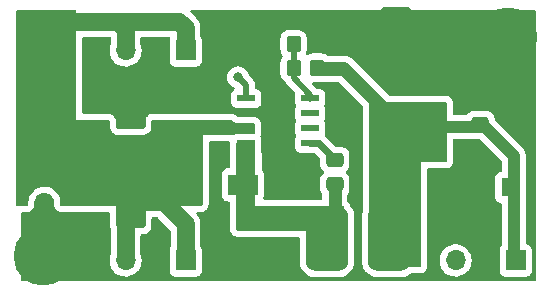
<source format=gtl>
%TF.GenerationSoftware,KiCad,Pcbnew,(6.0.8)*%
%TF.CreationDate,2022-12-06T01:44:10+01:00*%
%TF.ProjectId,Single-DCDC-Converter-Rev2,53696e67-6c65-42d4-9443-44432d436f6e,rev?*%
%TF.SameCoordinates,Original*%
%TF.FileFunction,Copper,L1,Top*%
%TF.FilePolarity,Positive*%
%FSLAX46Y46*%
G04 Gerber Fmt 4.6, Leading zero omitted, Abs format (unit mm)*
G04 Created by KiCad (PCBNEW (6.0.8)) date 2022-12-06 01:44:10*
%MOMM*%
%LPD*%
G01*
G04 APERTURE LIST*
G04 Aperture macros list*
%AMRoundRect*
0 Rectangle with rounded corners*
0 $1 Rounding radius*
0 $2 $3 $4 $5 $6 $7 $8 $9 X,Y pos of 4 corners*
0 Add a 4 corners polygon primitive as box body*
4,1,4,$2,$3,$4,$5,$6,$7,$8,$9,$2,$3,0*
0 Add four circle primitives for the rounded corners*
1,1,$1+$1,$2,$3*
1,1,$1+$1,$4,$5*
1,1,$1+$1,$6,$7*
1,1,$1+$1,$8,$9*
0 Add four rect primitives between the rounded corners*
20,1,$1+$1,$2,$3,$4,$5,0*
20,1,$1+$1,$4,$5,$6,$7,0*
20,1,$1+$1,$6,$7,$8,$9,0*
20,1,$1+$1,$8,$9,$2,$3,0*%
G04 Aperture macros list end*
%TA.AperFunction,ComponentPad*%
%ADD10C,5.000000*%
%TD*%
%TA.AperFunction,ComponentPad*%
%ADD11R,1.700000X1.700000*%
%TD*%
%TA.AperFunction,ComponentPad*%
%ADD12O,1.700000X1.700000*%
%TD*%
%TA.AperFunction,SMDPad,CuDef*%
%ADD13RoundRect,0.250000X0.475000X-0.337500X0.475000X0.337500X-0.475000X0.337500X-0.475000X-0.337500X0*%
%TD*%
%TA.AperFunction,SMDPad,CuDef*%
%ADD14RoundRect,0.250000X1.000000X-1.950000X1.000000X1.950000X-1.000000X1.950000X-1.000000X-1.950000X0*%
%TD*%
%TA.AperFunction,SMDPad,CuDef*%
%ADD15R,1.550000X0.600000*%
%TD*%
%TA.AperFunction,ComponentPad*%
%ADD16C,0.600000*%
%TD*%
%TA.AperFunction,SMDPad,CuDef*%
%ADD17R,2.950000X4.900000*%
%TD*%
%TA.AperFunction,SMDPad,CuDef*%
%ADD18RoundRect,0.900000X-0.900000X1.850000X-0.900000X-1.850000X0.900000X-1.850000X0.900000X1.850000X0*%
%TD*%
%TA.AperFunction,SMDPad,CuDef*%
%ADD19RoundRect,0.900000X0.900000X-1.850000X0.900000X1.850000X-0.900000X1.850000X-0.900000X-1.850000X0*%
%TD*%
%TA.AperFunction,ComponentPad*%
%ADD20R,1.600000X1.600000*%
%TD*%
%TA.AperFunction,ComponentPad*%
%ADD21C,1.600000*%
%TD*%
%TA.AperFunction,SMDPad,CuDef*%
%ADD22R,2.500000X1.800000*%
%TD*%
%TA.AperFunction,SMDPad,CuDef*%
%ADD23R,1.000000X1.000000*%
%TD*%
%TA.AperFunction,SMDPad,CuDef*%
%ADD24RoundRect,0.250000X-0.350000X-0.450000X0.350000X-0.450000X0.350000X0.450000X-0.350000X0.450000X0*%
%TD*%
%TA.AperFunction,SMDPad,CuDef*%
%ADD25RoundRect,0.250000X0.350000X0.450000X-0.350000X0.450000X-0.350000X-0.450000X0.350000X-0.450000X0*%
%TD*%
%TA.AperFunction,ViaPad*%
%ADD26C,0.800000*%
%TD*%
%TA.AperFunction,Conductor*%
%ADD27C,1.500000*%
%TD*%
%TA.AperFunction,Conductor*%
%ADD28C,1.000000*%
%TD*%
%TA.AperFunction,Conductor*%
%ADD29C,1.200000*%
%TD*%
%TA.AperFunction,Conductor*%
%ADD30C,0.500000*%
%TD*%
%TA.AperFunction,Conductor*%
%ADD31C,1.100000*%
%TD*%
%TA.AperFunction,Conductor*%
%ADD32C,0.600000*%
%TD*%
G04 APERTURE END LIST*
D10*
X86800000Y-60500000D03*
D11*
X86900000Y-53500000D03*
D12*
X86900000Y-56040000D03*
D13*
X123800000Y-49337500D03*
X123800000Y-47262500D03*
X111500000Y-54462500D03*
X111500000Y-52387500D03*
X101600000Y-49737500D03*
X101600000Y-47662500D03*
D14*
X94200000Y-56000000D03*
X94200000Y-47600000D03*
D11*
X98860000Y-43140000D03*
D12*
X96320000Y-43140000D03*
X93780000Y-43140000D03*
X91240000Y-43140000D03*
D15*
X109400000Y-51005000D03*
X109400000Y-49735000D03*
X109400000Y-48465000D03*
X109400000Y-47195000D03*
X104000000Y-47195000D03*
X104000000Y-48465000D03*
X104000000Y-49735000D03*
X104000000Y-51005000D03*
D16*
X106050000Y-51050000D03*
X107350000Y-48450000D03*
X106050000Y-49750000D03*
X107350000Y-47150000D03*
D17*
X106700000Y-49100000D03*
D16*
X107350000Y-49750000D03*
X106050000Y-48450000D03*
X107350000Y-51050000D03*
X106050000Y-47150000D03*
D18*
X116115000Y-59075000D03*
D19*
X110835000Y-59075000D03*
D20*
X126375000Y-54725000D03*
D21*
X122875000Y-54725000D03*
D22*
X103700000Y-54500000D03*
X107700000Y-54500000D03*
D23*
X104000000Y-57400000D03*
D10*
X126150000Y-42000000D03*
D14*
X116650000Y-50100000D03*
X116650000Y-41700000D03*
D24*
X108000000Y-42600000D03*
X110000000Y-42600000D03*
D11*
X98860000Y-60920000D03*
D12*
X96320000Y-60920000D03*
X93780000Y-60920000D03*
X91240000Y-60920000D03*
X121720000Y-60920000D03*
X124260000Y-60920000D03*
D11*
X126800000Y-60920000D03*
D25*
X110000000Y-44600000D03*
X108000000Y-44600000D03*
D26*
X89900000Y-58300000D03*
X89200000Y-57400000D03*
X119710200Y-55778400D03*
X91900000Y-45700000D03*
X96700000Y-45700000D03*
X91900000Y-47400000D03*
X118900000Y-42000000D03*
X117650000Y-44950000D03*
X101600000Y-46200000D03*
X115450000Y-44900000D03*
X114400000Y-43500000D03*
X99300000Y-45700000D03*
X119710200Y-56921400D03*
X96700000Y-47400000D03*
X118900000Y-43500000D03*
X114400000Y-42000000D03*
X103300000Y-45400000D03*
D27*
X98860000Y-41260000D02*
X98860000Y-43140000D01*
X93100000Y-40700000D02*
X98300000Y-40700000D01*
X88750000Y-41200000D02*
X89250000Y-40700000D01*
X93780000Y-41380000D02*
X93780000Y-43140000D01*
X94200000Y-56000000D02*
X97000000Y-56000000D01*
X94200000Y-56000000D02*
X88750000Y-50550000D01*
X93100000Y-40700000D02*
X93780000Y-41380000D01*
X88750000Y-50550000D02*
X88750000Y-41200000D01*
X93780000Y-60920000D02*
X93780000Y-56420000D01*
X98860000Y-57860000D02*
X98860000Y-60920000D01*
D28*
X93780000Y-56420000D02*
X94200000Y-56000000D01*
D27*
X89250000Y-40700000D02*
X93100000Y-40700000D01*
X97000000Y-56000000D02*
X98860000Y-57860000D01*
X98300000Y-40700000D02*
X98860000Y-41260000D01*
X116600000Y-58840000D02*
X116600000Y-51120000D01*
D28*
X126637500Y-60757500D02*
X126800000Y-60920000D01*
X117150000Y-49600000D02*
X124200000Y-49600000D01*
X124200000Y-49600000D02*
X126637500Y-52037500D01*
X126637500Y-52037500D02*
X126637500Y-60757500D01*
X116650000Y-50100000D02*
X117150000Y-49600000D01*
D27*
X116600000Y-51120000D02*
X116140000Y-50660000D01*
D29*
X112300000Y-44700000D02*
X116700000Y-49100000D01*
D27*
X116140000Y-59300000D02*
X116600000Y-58840000D01*
D29*
X112300000Y-44700000D02*
X110400000Y-44700000D01*
D30*
X103300000Y-45400000D02*
X104000000Y-46100000D01*
X104000000Y-46100000D02*
X104000000Y-47195000D01*
D31*
X111500000Y-54462500D02*
X111500000Y-58660000D01*
D32*
X109400000Y-51005000D02*
X110117500Y-51005000D01*
X110117500Y-51005000D02*
X111500000Y-52387500D01*
D30*
X109400000Y-47275000D02*
X109400000Y-46900000D01*
X108000000Y-45500000D02*
X108000000Y-44600000D01*
X108000000Y-44600000D02*
X108000000Y-42500000D01*
X109400000Y-46900000D02*
X108000000Y-45500000D01*
%TA.AperFunction,Conductor*%
G36*
X104658621Y-50918402D02*
G01*
X104705114Y-50972058D01*
X104716500Y-51024400D01*
X104716500Y-51598134D01*
X104723255Y-51660316D01*
X104726027Y-51667712D01*
X104726029Y-51667718D01*
X104766982Y-51776959D01*
X104775000Y-51821188D01*
X104775000Y-56286400D01*
X112167400Y-56286400D01*
X112235521Y-56306402D01*
X112282014Y-56360058D01*
X112293400Y-56412400D01*
X112293400Y-58268600D01*
X112273398Y-58336721D01*
X112219742Y-58383214D01*
X112167400Y-58394600D01*
X103250000Y-58394600D01*
X103181879Y-58374598D01*
X103135386Y-58320942D01*
X103124000Y-58268600D01*
X103124000Y-51024400D01*
X103144002Y-50956279D01*
X103197658Y-50909786D01*
X103250000Y-50898400D01*
X104590500Y-50898400D01*
X104658621Y-50918402D01*
G37*
%TD.AperFunction*%
%TA.AperFunction,Conductor*%
G36*
X128433621Y-39728502D02*
G01*
X128480114Y-39782158D01*
X128491500Y-39834500D01*
X128491500Y-62565500D01*
X128471498Y-62633621D01*
X128417842Y-62680114D01*
X128365500Y-62691500D01*
X85026000Y-62691500D01*
X84957879Y-62671498D01*
X84911386Y-62617842D01*
X84900000Y-62565500D01*
X84900000Y-56939500D01*
X84920002Y-56871379D01*
X84973658Y-56824886D01*
X85026000Y-56813500D01*
X85420688Y-56813500D01*
X85424478Y-56813037D01*
X85424482Y-56813037D01*
X85540432Y-56798880D01*
X85540435Y-56798879D01*
X85544239Y-56798415D01*
X85603092Y-56783826D01*
X85606675Y-56782459D01*
X85606678Y-56782458D01*
X85711604Y-56742424D01*
X85711606Y-56742423D01*
X85719395Y-56739451D01*
X85726135Y-56734549D01*
X85726137Y-56734548D01*
X85833958Y-56656131D01*
X85833961Y-56656128D01*
X85837597Y-56653484D01*
X85872832Y-56619208D01*
X85885263Y-56607116D01*
X85885268Y-56607110D01*
X85888487Y-56603979D01*
X85977678Y-56488201D01*
X86030641Y-56351977D01*
X86046689Y-56282818D01*
X86050517Y-56238009D01*
X86057380Y-56157649D01*
X86059128Y-56137190D01*
X86052926Y-56029623D01*
X86053431Y-56008986D01*
X86065997Y-55891410D01*
X86069866Y-55871128D01*
X86101462Y-55757196D01*
X86108591Y-55737818D01*
X86158372Y-55630573D01*
X86168571Y-55612619D01*
X86175358Y-55602670D01*
X86235204Y-55514938D01*
X86248194Y-55498898D01*
X86329890Y-55413408D01*
X86345319Y-55399709D01*
X86439884Y-55328708D01*
X86457349Y-55317711D01*
X86512241Y-55289136D01*
X86562224Y-55263117D01*
X86581257Y-55255115D01*
X86693657Y-55218376D01*
X86713733Y-55213594D01*
X86830614Y-55195710D01*
X86851200Y-55194269D01*
X86910327Y-55194991D01*
X86969448Y-55195714D01*
X86990004Y-55197658D01*
X87106392Y-55218390D01*
X87126356Y-55223664D01*
X87237823Y-55263137D01*
X87256656Y-55271601D01*
X87360161Y-55328738D01*
X87377360Y-55340165D01*
X87470152Y-55413448D01*
X87485253Y-55427529D01*
X87564835Y-55514989D01*
X87577428Y-55531343D01*
X87641650Y-55630615D01*
X87651407Y-55648812D01*
X87698557Y-55757249D01*
X87705212Y-55776795D01*
X87731415Y-55881113D01*
X87734015Y-55891465D01*
X87737387Y-55911835D01*
X87747072Y-56029629D01*
X87748528Y-56047341D01*
X87747874Y-56074108D01*
X87745713Y-56090524D01*
X87746989Y-56233653D01*
X87749575Y-56250909D01*
X87756214Y-56295211D01*
X87757297Y-56302441D01*
X87798031Y-56439657D01*
X87802852Y-56447158D01*
X87802853Y-56447161D01*
X87829228Y-56488201D01*
X87877049Y-56562612D01*
X87923542Y-56616268D01*
X87926935Y-56619208D01*
X88027191Y-56706081D01*
X88027194Y-56706083D01*
X88034002Y-56711982D01*
X88166951Y-56772698D01*
X88190705Y-56779673D01*
X88230749Y-56791431D01*
X88230753Y-56791432D01*
X88235072Y-56792700D01*
X88239521Y-56793340D01*
X88239527Y-56793341D01*
X88375294Y-56812861D01*
X88375299Y-56812861D01*
X88379741Y-56813500D01*
X92315500Y-56813500D01*
X92383621Y-56833502D01*
X92430114Y-56887158D01*
X92441500Y-56939500D01*
X92441500Y-58000400D01*
X92452474Y-58106166D01*
X92508450Y-58273946D01*
X92510089Y-58276594D01*
X92521500Y-58327856D01*
X92521500Y-60376651D01*
X92509787Y-60429702D01*
X92502869Y-60444605D01*
X92502867Y-60444610D01*
X92500688Y-60449305D01*
X92440989Y-60664570D01*
X92417251Y-60886695D01*
X92417548Y-60891848D01*
X92417548Y-60891851D01*
X92423011Y-60986590D01*
X92430110Y-61109715D01*
X92431247Y-61114761D01*
X92431248Y-61114767D01*
X92451119Y-61202939D01*
X92479222Y-61327639D01*
X92515974Y-61418149D01*
X92556791Y-61518669D01*
X92563266Y-61534616D01*
X92679987Y-61725088D01*
X92826250Y-61893938D01*
X92998126Y-62036632D01*
X93191000Y-62149338D01*
X93399692Y-62229030D01*
X93404760Y-62230061D01*
X93404763Y-62230062D01*
X93512017Y-62251883D01*
X93618597Y-62273567D01*
X93623772Y-62273757D01*
X93623774Y-62273757D01*
X93836673Y-62281564D01*
X93836677Y-62281564D01*
X93841837Y-62281753D01*
X93846957Y-62281097D01*
X93846959Y-62281097D01*
X94058288Y-62254025D01*
X94058289Y-62254025D01*
X94063416Y-62253368D01*
X94068366Y-62251883D01*
X94272429Y-62190661D01*
X94272434Y-62190659D01*
X94277384Y-62189174D01*
X94477994Y-62090896D01*
X94659860Y-61961173D01*
X94700688Y-61920488D01*
X94805272Y-61816268D01*
X94818096Y-61803489D01*
X94877594Y-61720689D01*
X94945435Y-61626277D01*
X94948453Y-61622077D01*
X94963871Y-61590882D01*
X95045136Y-61426453D01*
X95045137Y-61426451D01*
X95047430Y-61421811D01*
X95112370Y-61208069D01*
X95141529Y-60986590D01*
X95143156Y-60920000D01*
X95124852Y-60697361D01*
X95098214Y-60591310D01*
X95071689Y-60485709D01*
X95071688Y-60485705D01*
X95070431Y-60480702D01*
X95068375Y-60475973D01*
X95068372Y-60475965D01*
X95048950Y-60431298D01*
X95038500Y-60381056D01*
X95038500Y-58834500D01*
X95058502Y-58766379D01*
X95112158Y-58719886D01*
X95164500Y-58708500D01*
X95250400Y-58708500D01*
X95253646Y-58708163D01*
X95253650Y-58708163D01*
X95349308Y-58698238D01*
X95349312Y-58698237D01*
X95356166Y-58697526D01*
X95362702Y-58695345D01*
X95362704Y-58695345D01*
X95516998Y-58643868D01*
X95523946Y-58641550D01*
X95674348Y-58548478D01*
X95799305Y-58423303D01*
X95803146Y-58417072D01*
X95888275Y-58278968D01*
X95888276Y-58278966D01*
X95892115Y-58272738D01*
X95947797Y-58104861D01*
X95958500Y-58000400D01*
X95958500Y-57384500D01*
X95978502Y-57316379D01*
X96032158Y-57269886D01*
X96084500Y-57258500D01*
X96426523Y-57258500D01*
X96494644Y-57278502D01*
X96515618Y-57295405D01*
X97564595Y-58344383D01*
X97598621Y-58406695D01*
X97601500Y-58433478D01*
X97601500Y-59725126D01*
X97581498Y-59793247D01*
X97576339Y-59800673D01*
X97559385Y-59823295D01*
X97508255Y-59959684D01*
X97501500Y-60021866D01*
X97501500Y-61818134D01*
X97508255Y-61880316D01*
X97559385Y-62016705D01*
X97646739Y-62133261D01*
X97763295Y-62220615D01*
X97899684Y-62271745D01*
X97961866Y-62278500D01*
X99758134Y-62278500D01*
X99820316Y-62271745D01*
X99956705Y-62220615D01*
X100073261Y-62133261D01*
X100160615Y-62016705D01*
X100211745Y-61880316D01*
X100218500Y-61818134D01*
X100218500Y-60021866D01*
X100211745Y-59959684D01*
X100160615Y-59823295D01*
X100143673Y-59800689D01*
X100118826Y-59734185D01*
X100118500Y-59725126D01*
X100118500Y-57951395D01*
X100119578Y-57934948D01*
X100121746Y-57918483D01*
X100121746Y-57918479D01*
X100122479Y-57912913D01*
X100118640Y-57831511D01*
X100118500Y-57825576D01*
X100118500Y-57803001D01*
X100116181Y-57777011D01*
X100115822Y-57771749D01*
X100112160Y-57694113D01*
X100111896Y-57688512D01*
X100107892Y-57671030D01*
X100105211Y-57654100D01*
X100104116Y-57641832D01*
X100103617Y-57636238D01*
X100081630Y-57555867D01*
X100080344Y-57550749D01*
X100062995Y-57475000D01*
X100062994Y-57474998D01*
X100061742Y-57469530D01*
X100054706Y-57453033D01*
X100049073Y-57436858D01*
X100045818Y-57424961D01*
X100045817Y-57424957D01*
X100044337Y-57419549D01*
X100008461Y-57344333D01*
X100006290Y-57339524D01*
X99975804Y-57268051D01*
X99975804Y-57268050D01*
X99973603Y-57262891D01*
X99963749Y-57247890D01*
X99955343Y-57232970D01*
X99950035Y-57221841D01*
X99947622Y-57216782D01*
X99944354Y-57212234D01*
X99944351Y-57212229D01*
X99898998Y-57149114D01*
X99896009Y-57144765D01*
X99886952Y-57130977D01*
X99850265Y-57075125D01*
X99831747Y-57054341D01*
X99823498Y-57044045D01*
X99819804Y-57038904D01*
X99816529Y-57034346D01*
X99812502Y-57030443D01*
X99812498Y-57030439D01*
X99812026Y-57029982D01*
X99811879Y-57029722D01*
X99808831Y-57026191D01*
X99809534Y-57025584D01*
X99777028Y-56968211D01*
X99780981Y-56897324D01*
X99822632Y-56839828D01*
X99888755Y-56813977D01*
X99899713Y-56813500D01*
X100174000Y-56813500D01*
X100177346Y-56813140D01*
X100177351Y-56813140D01*
X100279785Y-56802128D01*
X100279792Y-56802127D01*
X100283149Y-56801766D01*
X100286450Y-56801048D01*
X100332210Y-56791094D01*
X100332215Y-56791093D01*
X100335491Y-56790380D01*
X100439657Y-56755710D01*
X100562612Y-56676692D01*
X100616268Y-56630199D01*
X100631279Y-56612875D01*
X100706081Y-56526550D01*
X100706083Y-56526547D01*
X100711982Y-56519739D01*
X100772698Y-56386790D01*
X100782920Y-56351977D01*
X100791431Y-56322992D01*
X100791432Y-56322988D01*
X100792700Y-56318669D01*
X100795034Y-56302441D01*
X100812861Y-56178447D01*
X100812861Y-56178442D01*
X100813500Y-56174000D01*
X100813500Y-50944326D01*
X100833502Y-50876205D01*
X100887158Y-50829712D01*
X100957432Y-50819608D01*
X100964146Y-50820809D01*
X100970139Y-50822797D01*
X100976979Y-50823498D01*
X100976980Y-50823498D01*
X100994430Y-50825286D01*
X101074600Y-50833500D01*
X102125400Y-50833500D01*
X102128646Y-50833163D01*
X102128650Y-50833163D01*
X102161908Y-50829712D01*
X102231166Y-50822526D01*
X102238807Y-50819977D01*
X102241226Y-50819584D01*
X102244443Y-50818889D01*
X102244479Y-50819055D01*
X102278683Y-50813500D01*
X102495411Y-50813500D01*
X102563532Y-50833502D01*
X102610025Y-50887158D01*
X102620128Y-50957432D01*
X102611140Y-51019941D01*
X102611139Y-51019956D01*
X102610500Y-51024400D01*
X102610500Y-52965500D01*
X102590498Y-53033621D01*
X102536842Y-53080114D01*
X102484500Y-53091500D01*
X102401866Y-53091500D01*
X102339684Y-53098255D01*
X102203295Y-53149385D01*
X102086739Y-53236739D01*
X101999385Y-53353295D01*
X101948255Y-53489684D01*
X101941500Y-53551866D01*
X101941500Y-55448134D01*
X101948255Y-55510316D01*
X101999385Y-55646705D01*
X102086739Y-55763261D01*
X102203295Y-55850615D01*
X102339684Y-55901745D01*
X102401866Y-55908500D01*
X102484500Y-55908500D01*
X102552621Y-55928502D01*
X102599114Y-55982158D01*
X102610500Y-56034500D01*
X102610500Y-58268600D01*
X102610860Y-58271946D01*
X102610860Y-58271951D01*
X102611615Y-58278968D01*
X102622234Y-58377749D01*
X102622952Y-58381049D01*
X102622952Y-58381050D01*
X102628531Y-58406695D01*
X102633620Y-58430091D01*
X102668290Y-58534257D01*
X102747308Y-58657212D01*
X102793801Y-58710868D01*
X102797194Y-58713808D01*
X102897450Y-58800681D01*
X102897453Y-58800683D01*
X102904261Y-58806582D01*
X103037210Y-58867298D01*
X103060964Y-58874273D01*
X103101008Y-58886031D01*
X103101012Y-58886032D01*
X103105331Y-58887300D01*
X103109780Y-58887940D01*
X103109786Y-58887941D01*
X103245553Y-58907461D01*
X103245558Y-58907461D01*
X103250000Y-58908100D01*
X108400500Y-58908100D01*
X108468621Y-58928102D01*
X108515114Y-58981758D01*
X108526500Y-59034100D01*
X108526501Y-60058401D01*
X108526501Y-61019022D01*
X108529676Y-61077667D01*
X108530514Y-61081960D01*
X108530515Y-61081965D01*
X108556109Y-61213023D01*
X108575490Y-61312267D01*
X108660177Y-61535793D01*
X108781314Y-61741855D01*
X108784756Y-61745936D01*
X108784758Y-61745938D01*
X108833307Y-61803489D01*
X108935440Y-61924560D01*
X108939512Y-61927995D01*
X109053190Y-62023891D01*
X109118145Y-62078686D01*
X109324207Y-62199823D01*
X109547733Y-62284510D01*
X109552962Y-62285531D01*
X109552965Y-62285532D01*
X109773118Y-62328524D01*
X109782333Y-62330324D01*
X109786691Y-62330560D01*
X109839289Y-62333409D01*
X109839304Y-62333409D01*
X109840977Y-62333500D01*
X110834414Y-62333500D01*
X111829022Y-62333499D01*
X111856520Y-62332010D01*
X111883297Y-62330561D01*
X111883303Y-62330560D01*
X111887667Y-62330324D01*
X111891960Y-62329486D01*
X111891965Y-62329485D01*
X112117035Y-62285532D01*
X112117038Y-62285531D01*
X112122267Y-62284510D01*
X112345793Y-62199823D01*
X112551855Y-62078686D01*
X112616811Y-62023891D01*
X112730488Y-61927995D01*
X112734560Y-61924560D01*
X112836693Y-61803489D01*
X112885242Y-61745938D01*
X112885244Y-61745936D01*
X112888686Y-61741855D01*
X113009823Y-61535793D01*
X113094510Y-61312267D01*
X113114859Y-61208069D01*
X113139487Y-61081953D01*
X113140324Y-61077667D01*
X113140674Y-61071197D01*
X113143409Y-61020711D01*
X113143409Y-61020696D01*
X113143500Y-61019023D01*
X113143499Y-57130978D01*
X113142010Y-57103480D01*
X113140561Y-57076703D01*
X113140560Y-57076691D01*
X113140324Y-57072333D01*
X113132054Y-57029982D01*
X113095532Y-56842965D01*
X113095531Y-56842962D01*
X113094510Y-56837733D01*
X113009823Y-56614207D01*
X112888686Y-56408145D01*
X112874124Y-56390882D01*
X112813582Y-56319115D01*
X112786771Y-56264656D01*
X112784498Y-56254209D01*
X112784497Y-56254206D01*
X112783780Y-56250909D01*
X112749110Y-56146743D01*
X112670092Y-56023788D01*
X112666190Y-56019284D01*
X112626539Y-55973525D01*
X112623599Y-55970132D01*
X112601987Y-55951405D01*
X112563604Y-55891679D01*
X112558500Y-55856181D01*
X112558500Y-55334658D01*
X112577240Y-55268542D01*
X112663275Y-55128968D01*
X112663276Y-55128966D01*
X112667115Y-55122738D01*
X112722797Y-54954861D01*
X112733500Y-54850400D01*
X112733500Y-54074600D01*
X112722526Y-53968834D01*
X112666550Y-53801054D01*
X112573478Y-53650652D01*
X112448303Y-53525695D01*
X112444084Y-53523094D01*
X112403583Y-53465970D01*
X112400351Y-53395047D01*
X112435976Y-53333635D01*
X112443530Y-53327078D01*
X112449348Y-53323478D01*
X112574305Y-53198303D01*
X112626579Y-53113500D01*
X112663275Y-53053968D01*
X112663276Y-53053966D01*
X112667115Y-53047738D01*
X112722797Y-52879861D01*
X112733500Y-52775400D01*
X112733500Y-51999600D01*
X112732845Y-51993288D01*
X112723238Y-51900692D01*
X112723237Y-51900688D01*
X112722526Y-51893834D01*
X112708670Y-51852301D01*
X112668868Y-51733002D01*
X112666550Y-51726054D01*
X112573478Y-51575652D01*
X112448303Y-51450695D01*
X112402916Y-51422718D01*
X112303968Y-51361725D01*
X112303966Y-51361724D01*
X112297738Y-51357885D01*
X112193883Y-51323438D01*
X112136389Y-51304368D01*
X112136387Y-51304368D01*
X112129861Y-51302203D01*
X112123025Y-51301503D01*
X112123022Y-51301502D01*
X112079969Y-51297091D01*
X112025400Y-51291500D01*
X111599582Y-51291500D01*
X111531461Y-51271498D01*
X111510486Y-51254595D01*
X110695687Y-50439795D01*
X110694760Y-50438858D01*
X110658262Y-50401588D01*
X110624891Y-50338923D01*
X110630303Y-50269201D01*
X110673971Y-50152718D01*
X110673973Y-50152712D01*
X110676745Y-50145316D01*
X110683500Y-50083134D01*
X110683500Y-49386866D01*
X110676745Y-49324684D01*
X110625615Y-49188295D01*
X110616074Y-49175565D01*
X110591226Y-49109061D01*
X110606278Y-49039678D01*
X110616070Y-49024441D01*
X110625615Y-49011705D01*
X110676745Y-48875316D01*
X110683500Y-48813134D01*
X110683500Y-48116866D01*
X110676745Y-48054684D01*
X110625615Y-47918295D01*
X110616074Y-47905565D01*
X110591226Y-47839061D01*
X110606278Y-47769678D01*
X110616070Y-47754441D01*
X110625615Y-47741705D01*
X110676745Y-47605316D01*
X110683500Y-47543134D01*
X110683500Y-46846866D01*
X110676745Y-46784684D01*
X110625615Y-46648295D01*
X110538261Y-46531739D01*
X110421705Y-46444385D01*
X110285316Y-46393255D01*
X110223134Y-46386500D01*
X110011371Y-46386500D01*
X109943250Y-46366498D01*
X109922276Y-46349595D01*
X109596276Y-46023595D01*
X109562250Y-45961283D01*
X109567315Y-45890468D01*
X109609862Y-45833632D01*
X109676382Y-45808821D01*
X109685371Y-45808500D01*
X111788655Y-45808500D01*
X111856776Y-45828502D01*
X111877750Y-45845405D01*
X113849595Y-47817251D01*
X113883621Y-47879563D01*
X113886500Y-47906346D01*
X113886500Y-56732815D01*
X113878327Y-56777456D01*
X113855490Y-56837733D01*
X113854469Y-56842962D01*
X113854468Y-56842965D01*
X113818805Y-57025584D01*
X113809676Y-57072333D01*
X113809440Y-57076691D01*
X113806592Y-57129286D01*
X113806500Y-57130977D01*
X113806501Y-61019022D01*
X113809676Y-61077667D01*
X113810514Y-61081960D01*
X113810515Y-61081965D01*
X113836109Y-61213023D01*
X113855490Y-61312267D01*
X113857379Y-61317252D01*
X113857379Y-61317253D01*
X113883795Y-61386977D01*
X113891246Y-61418149D01*
X113898234Y-61483149D01*
X113898952Y-61486449D01*
X113898952Y-61486450D01*
X113905961Y-61518669D01*
X113909620Y-61535491D01*
X113944290Y-61639657D01*
X114023308Y-61762612D01*
X114069801Y-61816268D01*
X114073194Y-61819208D01*
X114173448Y-61906079D01*
X114173450Y-61906080D01*
X114180261Y-61911982D01*
X114208752Y-61924994D01*
X114237647Y-61943293D01*
X114398145Y-62078686D01*
X114604207Y-62199823D01*
X114827733Y-62284510D01*
X114832962Y-62285531D01*
X114832965Y-62285532D01*
X115053118Y-62328524D01*
X115062333Y-62330324D01*
X115066691Y-62330560D01*
X115119289Y-62333409D01*
X115119304Y-62333409D01*
X115120977Y-62333500D01*
X116114414Y-62333500D01*
X117109022Y-62333499D01*
X117136520Y-62332010D01*
X117163297Y-62330561D01*
X117163303Y-62330560D01*
X117167667Y-62330324D01*
X117171960Y-62329486D01*
X117171965Y-62329485D01*
X117397035Y-62285532D01*
X117397038Y-62285531D01*
X117402267Y-62284510D01*
X117625793Y-62199823D01*
X117831855Y-62078686D01*
X117873931Y-62043191D01*
X117938898Y-62014556D01*
X117955176Y-62013500D01*
X118674000Y-62013500D01*
X118677346Y-62013140D01*
X118677351Y-62013140D01*
X118779785Y-62002128D01*
X118779792Y-62002127D01*
X118783149Y-62001766D01*
X118786450Y-62001048D01*
X118832210Y-61991094D01*
X118832215Y-61991093D01*
X118835491Y-61990380D01*
X118914236Y-61964171D01*
X118932182Y-61958198D01*
X118939657Y-61955710D01*
X119062612Y-61876692D01*
X119116268Y-61830199D01*
X119171888Y-61766010D01*
X119206081Y-61726550D01*
X119206083Y-61726547D01*
X119211982Y-61719739D01*
X119272698Y-61586790D01*
X119286322Y-61540390D01*
X119291431Y-61522992D01*
X119291432Y-61522988D01*
X119292700Y-61518669D01*
X119297333Y-61486450D01*
X119312861Y-61378447D01*
X119312861Y-61378442D01*
X119313500Y-61374000D01*
X119313500Y-60886695D01*
X120357251Y-60886695D01*
X120357548Y-60891848D01*
X120357548Y-60891851D01*
X120363011Y-60986590D01*
X120370110Y-61109715D01*
X120371247Y-61114761D01*
X120371248Y-61114767D01*
X120391119Y-61202939D01*
X120419222Y-61327639D01*
X120455974Y-61418149D01*
X120496791Y-61518669D01*
X120503266Y-61534616D01*
X120619987Y-61725088D01*
X120766250Y-61893938D01*
X120938126Y-62036632D01*
X121131000Y-62149338D01*
X121339692Y-62229030D01*
X121344760Y-62230061D01*
X121344763Y-62230062D01*
X121452017Y-62251883D01*
X121558597Y-62273567D01*
X121563772Y-62273757D01*
X121563774Y-62273757D01*
X121776673Y-62281564D01*
X121776677Y-62281564D01*
X121781837Y-62281753D01*
X121786957Y-62281097D01*
X121786959Y-62281097D01*
X121998288Y-62254025D01*
X121998289Y-62254025D01*
X122003416Y-62253368D01*
X122008366Y-62251883D01*
X122212429Y-62190661D01*
X122212434Y-62190659D01*
X122217384Y-62189174D01*
X122417994Y-62090896D01*
X122599860Y-61961173D01*
X122640688Y-61920488D01*
X122745272Y-61816268D01*
X122758096Y-61803489D01*
X122817594Y-61720689D01*
X122885435Y-61626277D01*
X122888453Y-61622077D01*
X122903871Y-61590882D01*
X122985136Y-61426453D01*
X122985137Y-61426451D01*
X122987430Y-61421811D01*
X123052370Y-61208069D01*
X123081529Y-60986590D01*
X123083156Y-60920000D01*
X123064852Y-60697361D01*
X123010431Y-60480702D01*
X122921354Y-60275840D01*
X122800014Y-60088277D01*
X122649670Y-59923051D01*
X122645619Y-59919852D01*
X122645615Y-59919848D01*
X122478414Y-59787800D01*
X122478410Y-59787798D01*
X122474359Y-59784598D01*
X122278789Y-59676638D01*
X122273920Y-59674914D01*
X122273916Y-59674912D01*
X122073087Y-59603795D01*
X122073083Y-59603794D01*
X122068212Y-59602069D01*
X122063119Y-59601162D01*
X122063116Y-59601161D01*
X121853373Y-59563800D01*
X121853367Y-59563799D01*
X121848284Y-59562894D01*
X121774452Y-59561992D01*
X121630081Y-59560228D01*
X121630079Y-59560228D01*
X121624911Y-59560165D01*
X121404091Y-59593955D01*
X121191756Y-59663357D01*
X120993607Y-59766507D01*
X120989474Y-59769610D01*
X120989471Y-59769612D01*
X120819100Y-59897530D01*
X120814965Y-59900635D01*
X120660629Y-60062138D01*
X120534743Y-60246680D01*
X120519003Y-60280590D01*
X120442870Y-60444605D01*
X120440688Y-60449305D01*
X120380989Y-60664570D01*
X120357251Y-60886695D01*
X119313500Y-60886695D01*
X119313500Y-56959441D01*
X119312797Y-56932575D01*
X119312557Y-56927982D01*
X119312557Y-56914818D01*
X119312755Y-56911026D01*
X119312797Y-56910225D01*
X119313500Y-56883359D01*
X119313500Y-55816441D01*
X119312797Y-55789575D01*
X119312557Y-55784982D01*
X119312557Y-55771818D01*
X119312755Y-55768026D01*
X119312797Y-55767225D01*
X119312947Y-55761514D01*
X119313479Y-55741155D01*
X119313500Y-55740359D01*
X119313500Y-53239500D01*
X119333502Y-53171379D01*
X119387158Y-53124886D01*
X119439500Y-53113500D01*
X120874000Y-53113500D01*
X120877346Y-53113140D01*
X120877351Y-53113140D01*
X120979785Y-53102128D01*
X120979792Y-53102127D01*
X120983149Y-53101766D01*
X120986537Y-53101029D01*
X121032210Y-53091094D01*
X121032215Y-53091093D01*
X121035491Y-53090380D01*
X121139657Y-53055710D01*
X121262612Y-52976692D01*
X121275529Y-52965500D01*
X121312875Y-52933139D01*
X121316268Y-52930199D01*
X121354230Y-52886389D01*
X121406081Y-52826550D01*
X121406083Y-52826547D01*
X121411982Y-52819739D01*
X121472698Y-52686790D01*
X121492700Y-52618669D01*
X121508695Y-52507424D01*
X121512861Y-52478447D01*
X121512861Y-52478442D01*
X121513500Y-52474000D01*
X121513500Y-50734500D01*
X121533502Y-50666379D01*
X121587158Y-50619886D01*
X121639500Y-50608500D01*
X123730075Y-50608500D01*
X123798196Y-50628502D01*
X123819170Y-50645405D01*
X125592095Y-52418329D01*
X125626120Y-52480641D01*
X125629000Y-52507424D01*
X125629000Y-53292351D01*
X125608998Y-53360472D01*
X125555342Y-53406965D01*
X125516609Y-53417614D01*
X125497119Y-53419732D01*
X125464684Y-53423255D01*
X125328295Y-53474385D01*
X125211739Y-53561739D01*
X125124385Y-53678295D01*
X125073255Y-53814684D01*
X125066500Y-53876866D01*
X125066500Y-55573134D01*
X125073255Y-55635316D01*
X125124385Y-55771705D01*
X125211739Y-55888261D01*
X125328295Y-55975615D01*
X125464684Y-56026745D01*
X125497119Y-56030268D01*
X125516609Y-56032386D01*
X125582170Y-56059628D01*
X125622596Y-56117992D01*
X125629000Y-56157649D01*
X125629000Y-59614087D01*
X125608998Y-59682208D01*
X125593025Y-59702028D01*
X125586739Y-59706739D01*
X125499385Y-59823295D01*
X125448255Y-59959684D01*
X125441500Y-60021866D01*
X125441500Y-61818134D01*
X125448255Y-61880316D01*
X125499385Y-62016705D01*
X125586739Y-62133261D01*
X125703295Y-62220615D01*
X125839684Y-62271745D01*
X125901866Y-62278500D01*
X127698134Y-62278500D01*
X127760316Y-62271745D01*
X127896705Y-62220615D01*
X128013261Y-62133261D01*
X128100615Y-62016705D01*
X128151745Y-61880316D01*
X128158500Y-61818134D01*
X128158500Y-60021866D01*
X128151745Y-59959684D01*
X128100615Y-59823295D01*
X128013261Y-59706739D01*
X127896705Y-59619385D01*
X127760316Y-59568255D01*
X127752460Y-59567402D01*
X127744778Y-59565575D01*
X127745467Y-59562675D01*
X127692831Y-59540805D01*
X127652404Y-59482442D01*
X127646000Y-59442783D01*
X127646000Y-55740170D01*
X127654018Y-55695940D01*
X127676745Y-55635316D01*
X127683500Y-55573134D01*
X127683500Y-53876866D01*
X127676745Y-53814684D01*
X127654018Y-53754060D01*
X127646000Y-53709830D01*
X127646000Y-52099350D01*
X127646737Y-52085742D01*
X127650159Y-52054239D01*
X127650825Y-52048112D01*
X127646447Y-51998070D01*
X127646121Y-51993288D01*
X127646000Y-51990810D01*
X127646000Y-51987731D01*
X127645701Y-51984677D01*
X127645700Y-51984666D01*
X127641813Y-51945029D01*
X127641691Y-51943715D01*
X127634123Y-51857218D01*
X127633587Y-51851087D01*
X127632100Y-51845968D01*
X127631580Y-51840667D01*
X127604709Y-51751666D01*
X127604374Y-51750533D01*
X127580130Y-51667086D01*
X127580128Y-51667082D01*
X127578409Y-51661164D01*
X127575956Y-51656432D01*
X127574416Y-51651331D01*
X127545373Y-51596708D01*
X127530769Y-51569240D01*
X127530157Y-51568074D01*
X127490229Y-51491047D01*
X127487392Y-51485574D01*
X127484069Y-51481411D01*
X127481566Y-51476704D01*
X127422761Y-51404602D01*
X127421933Y-51403575D01*
X127392969Y-51367292D01*
X127392964Y-51367287D01*
X127390762Y-51364528D01*
X127388261Y-51362027D01*
X127387619Y-51361309D01*
X127383906Y-51356961D01*
X127376142Y-51347441D01*
X127356565Y-51323438D01*
X127351823Y-51319515D01*
X127351821Y-51319513D01*
X127321227Y-51294203D01*
X127312447Y-51286213D01*
X125070405Y-49044171D01*
X125036379Y-48981859D01*
X125033500Y-48955076D01*
X125033500Y-48949600D01*
X125033163Y-48946350D01*
X125023238Y-48850692D01*
X125023237Y-48850688D01*
X125022526Y-48843834D01*
X125008170Y-48800802D01*
X124968868Y-48683002D01*
X124966550Y-48676054D01*
X124873478Y-48525652D01*
X124748303Y-48400695D01*
X124683095Y-48360500D01*
X124603968Y-48311725D01*
X124603966Y-48311724D01*
X124597738Y-48307885D01*
X124437254Y-48254655D01*
X124436389Y-48254368D01*
X124436387Y-48254368D01*
X124429861Y-48252203D01*
X124423025Y-48251503D01*
X124423022Y-48251502D01*
X124379969Y-48247091D01*
X124325400Y-48241500D01*
X123274600Y-48241500D01*
X123271354Y-48241837D01*
X123271350Y-48241837D01*
X123175692Y-48251762D01*
X123175688Y-48251763D01*
X123168834Y-48252474D01*
X123162298Y-48254655D01*
X123162296Y-48254655D01*
X123030194Y-48298728D01*
X123001054Y-48308450D01*
X122850652Y-48401522D01*
X122725695Y-48526697D01*
X122721854Y-48532928D01*
X122717317Y-48538673D01*
X122715987Y-48537623D01*
X122669893Y-48579108D01*
X122615403Y-48591500D01*
X121639500Y-48591500D01*
X121571379Y-48571498D01*
X121524886Y-48517842D01*
X121513500Y-48465500D01*
X121513500Y-47626000D01*
X121512072Y-47612715D01*
X121502128Y-47520215D01*
X121502127Y-47520208D01*
X121501766Y-47516851D01*
X121490380Y-47464509D01*
X121455710Y-47360343D01*
X121376692Y-47237388D01*
X121330199Y-47183732D01*
X121320933Y-47175703D01*
X121226550Y-47093919D01*
X121226547Y-47093917D01*
X121219739Y-47088018D01*
X121086790Y-47027302D01*
X121063036Y-47020327D01*
X121022992Y-47008569D01*
X121022988Y-47008568D01*
X121018669Y-47007300D01*
X121014220Y-47006660D01*
X121014214Y-47006659D01*
X120878447Y-46987139D01*
X120878442Y-46987139D01*
X120874000Y-46986500D01*
X116206346Y-46986500D01*
X116138225Y-46966498D01*
X116117251Y-46949595D01*
X113157551Y-43989895D01*
X113150565Y-43981621D01*
X113150335Y-43981820D01*
X113146412Y-43977275D01*
X113142946Y-43972389D01*
X113075984Y-43908287D01*
X113074020Y-43906364D01*
X113046460Y-43878804D01*
X113044145Y-43876892D01*
X113040739Y-43874079D01*
X113033855Y-43867957D01*
X112990150Y-43826119D01*
X112985114Y-43822867D01*
X112985110Y-43822864D01*
X112962008Y-43807947D01*
X112950126Y-43799251D01*
X112928919Y-43781738D01*
X112928916Y-43781736D01*
X112924295Y-43777920D01*
X112881641Y-43754616D01*
X112871203Y-43748913D01*
X112863283Y-43744202D01*
X112812452Y-43711380D01*
X112806884Y-43709136D01*
X112806882Y-43709135D01*
X112781381Y-43698858D01*
X112768068Y-43692565D01*
X112750427Y-43682927D01*
X112738671Y-43676504D01*
X112732959Y-43674676D01*
X112732953Y-43674673D01*
X112681049Y-43658059D01*
X112672375Y-43654928D01*
X112616263Y-43632314D01*
X112583392Y-43625895D01*
X112569125Y-43622232D01*
X112542927Y-43613846D01*
X112542925Y-43613846D01*
X112537219Y-43612019D01*
X112531272Y-43611305D01*
X112531265Y-43611303D01*
X112477154Y-43604802D01*
X112468033Y-43603366D01*
X112441473Y-43598179D01*
X112408663Y-43591772D01*
X112403101Y-43591500D01*
X112373960Y-43591500D01*
X112358932Y-43590601D01*
X112333155Y-43587504D01*
X112333149Y-43587504D01*
X112327207Y-43586790D01*
X112321232Y-43587213D01*
X112321229Y-43587213D01*
X112265137Y-43591185D01*
X112256238Y-43591500D01*
X110916306Y-43591500D01*
X110848185Y-43571498D01*
X110834298Y-43560317D01*
X110834229Y-43560404D01*
X110828483Y-43555866D01*
X110823303Y-43550695D01*
X110802463Y-43537849D01*
X110678968Y-43461725D01*
X110678966Y-43461724D01*
X110672738Y-43457885D01*
X110582845Y-43428069D01*
X110511389Y-43404368D01*
X110511387Y-43404368D01*
X110504861Y-43402203D01*
X110498025Y-43401503D01*
X110498022Y-43401502D01*
X110454969Y-43397091D01*
X110400400Y-43391500D01*
X109599600Y-43391500D01*
X109596354Y-43391837D01*
X109596350Y-43391837D01*
X109500692Y-43401762D01*
X109500688Y-43401763D01*
X109493834Y-43402474D01*
X109487298Y-43404655D01*
X109487296Y-43404655D01*
X109355194Y-43448728D01*
X109326054Y-43458450D01*
X109228187Y-43519012D01*
X109159739Y-43537849D01*
X109091969Y-43516688D01*
X109046398Y-43462248D01*
X109037493Y-43391812D01*
X109042294Y-43372200D01*
X109095632Y-43211389D01*
X109095632Y-43211387D01*
X109097797Y-43204861D01*
X109108500Y-43100400D01*
X109108500Y-42099600D01*
X109108163Y-42096350D01*
X109098238Y-42000692D01*
X109098237Y-42000688D01*
X109097526Y-41993834D01*
X109089537Y-41969886D01*
X109043868Y-41833002D01*
X109041550Y-41826054D01*
X108948478Y-41675652D01*
X108823303Y-41550695D01*
X108817072Y-41546854D01*
X108678968Y-41461725D01*
X108678966Y-41461724D01*
X108672738Y-41457885D01*
X108512254Y-41404655D01*
X108511389Y-41404368D01*
X108511387Y-41404368D01*
X108504861Y-41402203D01*
X108498025Y-41401503D01*
X108498022Y-41401502D01*
X108454969Y-41397091D01*
X108400400Y-41391500D01*
X107599600Y-41391500D01*
X107596354Y-41391837D01*
X107596350Y-41391837D01*
X107500692Y-41401762D01*
X107500688Y-41401763D01*
X107493834Y-41402474D01*
X107487298Y-41404655D01*
X107487296Y-41404655D01*
X107355194Y-41448728D01*
X107326054Y-41458450D01*
X107175652Y-41551522D01*
X107050695Y-41676697D01*
X106957885Y-41827262D01*
X106955581Y-41834209D01*
X106914356Y-41958500D01*
X106902203Y-41995139D01*
X106891500Y-42099600D01*
X106891500Y-43100400D01*
X106891837Y-43103646D01*
X106891837Y-43103650D01*
X106895609Y-43140000D01*
X106902474Y-43206166D01*
X106958450Y-43373946D01*
X107051522Y-43524348D01*
X107051638Y-43524464D01*
X107077173Y-43587543D01*
X107064004Y-43657308D01*
X107053136Y-43674251D01*
X107050695Y-43676697D01*
X107046855Y-43682927D01*
X106985947Y-43781738D01*
X106957885Y-43827262D01*
X106955581Y-43834209D01*
X106906621Y-43981820D01*
X106902203Y-43995139D01*
X106901503Y-44001975D01*
X106901502Y-44001978D01*
X106898148Y-44034717D01*
X106891500Y-44099600D01*
X106891500Y-45100400D01*
X106891837Y-45103646D01*
X106891837Y-45103650D01*
X106901553Y-45197285D01*
X106902474Y-45206166D01*
X106904655Y-45212702D01*
X106904655Y-45212704D01*
X106907799Y-45222128D01*
X106958450Y-45373946D01*
X107051522Y-45524348D01*
X107176697Y-45649305D01*
X107182929Y-45653146D01*
X107182931Y-45653148D01*
X107230114Y-45682232D01*
X107277608Y-45735004D01*
X107283866Y-45750660D01*
X107290636Y-45771556D01*
X107305649Y-45817899D01*
X107309445Y-45824155D01*
X107311951Y-45829628D01*
X107314670Y-45835058D01*
X107317167Y-45841937D01*
X107321180Y-45848057D01*
X107321180Y-45848058D01*
X107357186Y-45902976D01*
X107359523Y-45906680D01*
X107397405Y-45969107D01*
X107401121Y-45973315D01*
X107401122Y-45973316D01*
X107404803Y-45977484D01*
X107404776Y-45977508D01*
X107407429Y-45980500D01*
X107410132Y-45983733D01*
X107414144Y-45989852D01*
X107419456Y-45994884D01*
X107470383Y-46043128D01*
X107472825Y-46045506D01*
X108091354Y-46664035D01*
X108125380Y-46726347D01*
X108124860Y-46780403D01*
X108123255Y-46784684D01*
X108116500Y-46846866D01*
X108116500Y-47543134D01*
X108123255Y-47605316D01*
X108174385Y-47741705D01*
X108183926Y-47754435D01*
X108208774Y-47820939D01*
X108193722Y-47890322D01*
X108183930Y-47905559D01*
X108174385Y-47918295D01*
X108123255Y-48054684D01*
X108116500Y-48116866D01*
X108116500Y-48813134D01*
X108123255Y-48875316D01*
X108174385Y-49011705D01*
X108183926Y-49024435D01*
X108208774Y-49090939D01*
X108193722Y-49160322D01*
X108183930Y-49175559D01*
X108174385Y-49188295D01*
X108123255Y-49324684D01*
X108116500Y-49386866D01*
X108116500Y-50083134D01*
X108123255Y-50145316D01*
X108174385Y-50281705D01*
X108183926Y-50294435D01*
X108208774Y-50360939D01*
X108193722Y-50430322D01*
X108183930Y-50445559D01*
X108174385Y-50458295D01*
X108123255Y-50594684D01*
X108116500Y-50656866D01*
X108116500Y-51353134D01*
X108123255Y-51415316D01*
X108174385Y-51551705D01*
X108261739Y-51668261D01*
X108378295Y-51755615D01*
X108514684Y-51806745D01*
X108576866Y-51813500D01*
X109730418Y-51813500D01*
X109798539Y-51833502D01*
X109819513Y-51850405D01*
X110229595Y-52260487D01*
X110263621Y-52322799D01*
X110266500Y-52349582D01*
X110266500Y-52775400D01*
X110277474Y-52881166D01*
X110279655Y-52887702D01*
X110279655Y-52887704D01*
X110305610Y-52965500D01*
X110333450Y-53048946D01*
X110426522Y-53199348D01*
X110551697Y-53324305D01*
X110555916Y-53326906D01*
X110596417Y-53384030D01*
X110599649Y-53454953D01*
X110564024Y-53516365D01*
X110556470Y-53522922D01*
X110550652Y-53526522D01*
X110425695Y-53651697D01*
X110332885Y-53802262D01*
X110277203Y-53970139D01*
X110266500Y-54074600D01*
X110266500Y-54850400D01*
X110277474Y-54956166D01*
X110333450Y-55123946D01*
X110421724Y-55266594D01*
X110422644Y-55268081D01*
X110441500Y-55334384D01*
X110441500Y-55646900D01*
X110421498Y-55715021D01*
X110367842Y-55761514D01*
X110315500Y-55772900D01*
X105535105Y-55772900D01*
X105466984Y-55752898D01*
X105420491Y-55699242D01*
X105410387Y-55628968D01*
X105417123Y-55602670D01*
X105426922Y-55576531D01*
X105451745Y-55510316D01*
X105458500Y-55448134D01*
X105458500Y-53551866D01*
X105451745Y-53489684D01*
X105400615Y-53353295D01*
X105313674Y-53237290D01*
X105288826Y-53170784D01*
X105288500Y-53161725D01*
X105288500Y-51821188D01*
X105280265Y-51729592D01*
X105272247Y-51685363D01*
X105247806Y-51596708D01*
X105244856Y-51588839D01*
X105239673Y-51518033D01*
X105244856Y-51500381D01*
X105273971Y-51422718D01*
X105273973Y-51422712D01*
X105276745Y-51415316D01*
X105283500Y-51353134D01*
X105283500Y-50656866D01*
X105276745Y-50594684D01*
X105225615Y-50458295D01*
X105216074Y-50445565D01*
X105191226Y-50379061D01*
X105206278Y-50309678D01*
X105216070Y-50294441D01*
X105225615Y-50281705D01*
X105276745Y-50145316D01*
X105283500Y-50083134D01*
X105283500Y-49386866D01*
X105276745Y-49324684D01*
X105225615Y-49188295D01*
X105138261Y-49071739D01*
X105132703Y-49067573D01*
X105117487Y-49048692D01*
X105095630Y-49014682D01*
X105093192Y-49010888D01*
X105086615Y-49003297D01*
X105049639Y-48960625D01*
X105046699Y-48957232D01*
X105037433Y-48949203D01*
X104943050Y-48867419D01*
X104943047Y-48867417D01*
X104936239Y-48861518D01*
X104912534Y-48850692D01*
X104883200Y-48837296D01*
X104803290Y-48800802D01*
X104779536Y-48793827D01*
X104739492Y-48782069D01*
X104739488Y-48782068D01*
X104735169Y-48780800D01*
X104730720Y-48780160D01*
X104730714Y-48780159D01*
X104594947Y-48760639D01*
X104594942Y-48760639D01*
X104590500Y-48760000D01*
X103286228Y-48760000D01*
X103218107Y-48739998D01*
X103192527Y-48718238D01*
X103155094Y-48676599D01*
X103155085Y-48676590D01*
X103153217Y-48674512D01*
X103148155Y-48669801D01*
X103122571Y-48645995D01*
X103120513Y-48644080D01*
X103048325Y-48588018D01*
X102915376Y-48527302D01*
X102883158Y-48517842D01*
X102851578Y-48508569D01*
X102851574Y-48508568D01*
X102847255Y-48507300D01*
X102842806Y-48506660D01*
X102842800Y-48506659D01*
X102707033Y-48487139D01*
X102707028Y-48487139D01*
X102702586Y-48486500D01*
X96084500Y-48486500D01*
X96081154Y-48486860D01*
X96081149Y-48486860D01*
X95978715Y-48497872D01*
X95978708Y-48497873D01*
X95975351Y-48498234D01*
X95972051Y-48498952D01*
X95972050Y-48498952D01*
X95926290Y-48508906D01*
X95926285Y-48508907D01*
X95923009Y-48509620D01*
X95818843Y-48544290D01*
X95695888Y-48623308D01*
X95692493Y-48626250D01*
X95692490Y-48626252D01*
X95671916Y-48644080D01*
X95642232Y-48669801D01*
X95639292Y-48673194D01*
X95552419Y-48773450D01*
X95552417Y-48773453D01*
X95546518Y-48780261D01*
X95485802Y-48913210D01*
X95465800Y-48981331D01*
X95465160Y-48985780D01*
X95465159Y-48985786D01*
X95457411Y-49039678D01*
X95445000Y-49126000D01*
X95445000Y-49567720D01*
X95444342Y-49580583D01*
X95444107Y-49582873D01*
X95438359Y-49609675D01*
X95428199Y-49640308D01*
X95415864Y-49666760D01*
X95401301Y-49690385D01*
X95383215Y-49713286D01*
X95363605Y-49732930D01*
X95340738Y-49751055D01*
X95317134Y-49765662D01*
X95290710Y-49778040D01*
X95260228Y-49788209D01*
X95233369Y-49794010D01*
X95230326Y-49794326D01*
X95217312Y-49795000D01*
X93182280Y-49795000D01*
X93169421Y-49794342D01*
X93168256Y-49794223D01*
X93167127Y-49794107D01*
X93140325Y-49788359D01*
X93139873Y-49788209D01*
X93109689Y-49778198D01*
X93083240Y-49765864D01*
X93059615Y-49751301D01*
X93036714Y-49733215D01*
X93017070Y-49713605D01*
X92998945Y-49690738D01*
X92998727Y-49690385D01*
X92984338Y-49667134D01*
X92971960Y-49640710D01*
X92961791Y-49610228D01*
X92955990Y-49583369D01*
X92955674Y-49580326D01*
X92955000Y-49567312D01*
X92955000Y-49126000D01*
X92943266Y-49016851D01*
X92940318Y-49003297D01*
X92932594Y-48967790D01*
X92932593Y-48967785D01*
X92931880Y-48964509D01*
X92897210Y-48860343D01*
X92818192Y-48737388D01*
X92801599Y-48718238D01*
X92774639Y-48687125D01*
X92771699Y-48683732D01*
X92761059Y-48674512D01*
X92668050Y-48593919D01*
X92668047Y-48593917D01*
X92661239Y-48588018D01*
X92528290Y-48527302D01*
X92496072Y-48517842D01*
X92464492Y-48508569D01*
X92464488Y-48508568D01*
X92460169Y-48507300D01*
X92455720Y-48506660D01*
X92455714Y-48506659D01*
X92319947Y-48487139D01*
X92319942Y-48487139D01*
X92315500Y-48486500D01*
X90239500Y-48486500D01*
X90171379Y-48466498D01*
X90124886Y-48412842D01*
X90113500Y-48360500D01*
X90113500Y-45400000D01*
X102386496Y-45400000D01*
X102406458Y-45589928D01*
X102465473Y-45771556D01*
X102560960Y-45936944D01*
X102565378Y-45941851D01*
X102565379Y-45941852D01*
X102671182Y-46059358D01*
X102688747Y-46078866D01*
X102843248Y-46191118D01*
X102849276Y-46193802D01*
X102849278Y-46193803D01*
X102943963Y-46235959D01*
X102998059Y-46281939D01*
X103018708Y-46349866D01*
X102999356Y-46418174D01*
X102968280Y-46451891D01*
X102861739Y-46531739D01*
X102774385Y-46648295D01*
X102723255Y-46784684D01*
X102716500Y-46846866D01*
X102716500Y-47543134D01*
X102723255Y-47605316D01*
X102774385Y-47741705D01*
X102861739Y-47858261D01*
X102978295Y-47945615D01*
X103114684Y-47996745D01*
X103176866Y-48003500D01*
X104823134Y-48003500D01*
X104885316Y-47996745D01*
X105021705Y-47945615D01*
X105138261Y-47858261D01*
X105225615Y-47741705D01*
X105276745Y-47605316D01*
X105283500Y-47543134D01*
X105283500Y-46846866D01*
X105276745Y-46784684D01*
X105225615Y-46648295D01*
X105138261Y-46531739D01*
X105021705Y-46444385D01*
X104885316Y-46393255D01*
X104871963Y-46391804D01*
X104870892Y-46391688D01*
X104805330Y-46364446D01*
X104764904Y-46306083D01*
X104758500Y-46266425D01*
X104758500Y-46167063D01*
X104759933Y-46148114D01*
X104762097Y-46133886D01*
X104763198Y-46126651D01*
X104758915Y-46073990D01*
X104758500Y-46063777D01*
X104758500Y-46055707D01*
X104758078Y-46052087D01*
X104758077Y-46052069D01*
X104755208Y-46027461D01*
X104754775Y-46023086D01*
X104749454Y-45957661D01*
X104749453Y-45957658D01*
X104748860Y-45950363D01*
X104746604Y-45943399D01*
X104745413Y-45937440D01*
X104744029Y-45931585D01*
X104743182Y-45924319D01*
X104718265Y-45855673D01*
X104716848Y-45851545D01*
X104696607Y-45789064D01*
X104696606Y-45789062D01*
X104694351Y-45782101D01*
X104690555Y-45775846D01*
X104688049Y-45770372D01*
X104685330Y-45764942D01*
X104682833Y-45758063D01*
X104642809Y-45697016D01*
X104640472Y-45693312D01*
X104605509Y-45635693D01*
X104605505Y-45635688D01*
X104602595Y-45630892D01*
X104595197Y-45622516D01*
X104595223Y-45622493D01*
X104592574Y-45619503D01*
X104589866Y-45616264D01*
X104585856Y-45610148D01*
X104580549Y-45605121D01*
X104580546Y-45605117D01*
X104529617Y-45556872D01*
X104527175Y-45554494D01*
X104220125Y-45247444D01*
X104189387Y-45197285D01*
X104136569Y-45034729D01*
X104134527Y-45028444D01*
X104039040Y-44863056D01*
X103911253Y-44721134D01*
X103756752Y-44608882D01*
X103750724Y-44606198D01*
X103750722Y-44606197D01*
X103588319Y-44533891D01*
X103588318Y-44533891D01*
X103582288Y-44531206D01*
X103488888Y-44511353D01*
X103401944Y-44492872D01*
X103401939Y-44492872D01*
X103395487Y-44491500D01*
X103204513Y-44491500D01*
X103198061Y-44492872D01*
X103198056Y-44492872D01*
X103111113Y-44511353D01*
X103017712Y-44531206D01*
X103011682Y-44533891D01*
X103011681Y-44533891D01*
X102849278Y-44606197D01*
X102849276Y-44606198D01*
X102843248Y-44608882D01*
X102688747Y-44721134D01*
X102560960Y-44863056D01*
X102465473Y-45028444D01*
X102406458Y-45210072D01*
X102386496Y-45400000D01*
X90113500Y-45400000D01*
X90113500Y-42084500D01*
X90133502Y-42016379D01*
X90187158Y-41969886D01*
X90239500Y-41958500D01*
X92395500Y-41958500D01*
X92463621Y-41978502D01*
X92510114Y-42032158D01*
X92521500Y-42084500D01*
X92521500Y-42596651D01*
X92509787Y-42649702D01*
X92502869Y-42664605D01*
X92502867Y-42664612D01*
X92500688Y-42669305D01*
X92440989Y-42884570D01*
X92417251Y-43106695D01*
X92417548Y-43111848D01*
X92417548Y-43111851D01*
X92422911Y-43204861D01*
X92430110Y-43329715D01*
X92431247Y-43334761D01*
X92431248Y-43334767D01*
X92440078Y-43373946D01*
X92479222Y-43547639D01*
X92517461Y-43641811D01*
X92547032Y-43714635D01*
X92563266Y-43754616D01*
X92614019Y-43837438D01*
X92638197Y-43876892D01*
X92679987Y-43945088D01*
X92826250Y-44113938D01*
X92998126Y-44256632D01*
X93191000Y-44369338D01*
X93399692Y-44449030D01*
X93404760Y-44450061D01*
X93404763Y-44450062D01*
X93512017Y-44471883D01*
X93618597Y-44493567D01*
X93623772Y-44493757D01*
X93623774Y-44493757D01*
X93836673Y-44501564D01*
X93836677Y-44501564D01*
X93841837Y-44501753D01*
X93846957Y-44501097D01*
X93846959Y-44501097D01*
X94058288Y-44474025D01*
X94058289Y-44474025D01*
X94063416Y-44473368D01*
X94068366Y-44471883D01*
X94272429Y-44410661D01*
X94272434Y-44410659D01*
X94277384Y-44409174D01*
X94477994Y-44310896D01*
X94659860Y-44181173D01*
X94818096Y-44023489D01*
X94838468Y-43995139D01*
X94945435Y-43846277D01*
X94948453Y-43842077D01*
X94967298Y-43803948D01*
X95045136Y-43646453D01*
X95045137Y-43646451D01*
X95047430Y-43641811D01*
X95101986Y-43462248D01*
X95110865Y-43433023D01*
X95110865Y-43433021D01*
X95112370Y-43428069D01*
X95141529Y-43206590D01*
X95143156Y-43140000D01*
X95124852Y-42917361D01*
X95070431Y-42700702D01*
X95068375Y-42695973D01*
X95068372Y-42695965D01*
X95048950Y-42651298D01*
X95038500Y-42601056D01*
X95038500Y-42084500D01*
X95058502Y-42016379D01*
X95112158Y-41969886D01*
X95164500Y-41958500D01*
X97409375Y-41958500D01*
X97477496Y-41978502D01*
X97523989Y-42032158D01*
X97534093Y-42102432D01*
X97527357Y-42128728D01*
X97508255Y-42179684D01*
X97501500Y-42241866D01*
X97501500Y-44038134D01*
X97508255Y-44100316D01*
X97559385Y-44236705D01*
X97646739Y-44353261D01*
X97763295Y-44440615D01*
X97899684Y-44491745D01*
X97961866Y-44498500D01*
X99758134Y-44498500D01*
X99820316Y-44491745D01*
X99956705Y-44440615D01*
X100073261Y-44353261D01*
X100160615Y-44236705D01*
X100211745Y-44100316D01*
X100218500Y-44038134D01*
X100218500Y-42241866D01*
X100211745Y-42179684D01*
X100160615Y-42043295D01*
X100143673Y-42020689D01*
X100118826Y-41954185D01*
X100118500Y-41945126D01*
X100118500Y-41351396D01*
X100119578Y-41334949D01*
X100121747Y-41318472D01*
X100122479Y-41312914D01*
X100118640Y-41231504D01*
X100118500Y-41225569D01*
X100118500Y-41203001D01*
X100118252Y-41200218D01*
X100118251Y-41200204D01*
X100116182Y-41177023D01*
X100115823Y-41171760D01*
X100112161Y-41094116D01*
X100111897Y-41088512D01*
X100107892Y-41071023D01*
X100105212Y-41054104D01*
X100104115Y-41041821D01*
X100103617Y-41036238D01*
X100102137Y-41030827D01*
X100081631Y-40955870D01*
X100080345Y-40950752D01*
X100062994Y-40874997D01*
X100061742Y-40869530D01*
X100054707Y-40853037D01*
X100049072Y-40836855D01*
X100045820Y-40824967D01*
X100045817Y-40824958D01*
X100044337Y-40819549D01*
X100041922Y-40814486D01*
X100041918Y-40814475D01*
X100008466Y-40744343D01*
X100006293Y-40739532D01*
X99975803Y-40668048D01*
X99973604Y-40662892D01*
X99963756Y-40647900D01*
X99955344Y-40632971D01*
X99947622Y-40616782D01*
X99898996Y-40549111D01*
X99896013Y-40544771D01*
X99852805Y-40478992D01*
X99852801Y-40478987D01*
X99850265Y-40475126D01*
X99831751Y-40454346D01*
X99823506Y-40444055D01*
X99819807Y-40438907D01*
X99819803Y-40438903D01*
X99816529Y-40434346D01*
X99739777Y-40359968D01*
X99738367Y-40358579D01*
X99303383Y-39923595D01*
X99269357Y-39861283D01*
X99274422Y-39790468D01*
X99316969Y-39733632D01*
X99383489Y-39708821D01*
X99392478Y-39708500D01*
X128365500Y-39708500D01*
X128433621Y-39728502D01*
G37*
%TD.AperFunction*%
%TA.AperFunction,Conductor*%
G36*
X120942121Y-47520002D02*
G01*
X120988614Y-47573658D01*
X121000000Y-47626000D01*
X121000000Y-52474000D01*
X120979998Y-52542121D01*
X120926342Y-52588614D01*
X120874000Y-52600000D01*
X118800000Y-52600000D01*
X118800000Y-55740359D01*
X118799310Y-55753529D01*
X118796696Y-55778400D01*
X118797386Y-55784965D01*
X118799310Y-55803271D01*
X118800000Y-55816441D01*
X118800000Y-56883359D01*
X118799310Y-56896529D01*
X118796696Y-56921400D01*
X118797386Y-56927965D01*
X118799310Y-56946271D01*
X118800000Y-56959441D01*
X118800000Y-61374000D01*
X118779998Y-61442121D01*
X118726342Y-61488614D01*
X118674000Y-61500000D01*
X114526000Y-61500000D01*
X114457879Y-61479998D01*
X114411386Y-61426342D01*
X114400000Y-61374000D01*
X114400000Y-47626000D01*
X114420002Y-47557879D01*
X114473658Y-47511386D01*
X114526000Y-47500000D01*
X120874000Y-47500000D01*
X120942121Y-47520002D01*
G37*
%TD.AperFunction*%
%TA.AperFunction,Conductor*%
G36*
X89542121Y-39728502D02*
G01*
X89588614Y-39782158D01*
X89600000Y-39834500D01*
X89600000Y-49000000D01*
X92315500Y-49000000D01*
X92383621Y-49020002D01*
X92430114Y-49073658D01*
X92441500Y-49126000D01*
X92441500Y-49600400D01*
X92452474Y-49706166D01*
X92508450Y-49873946D01*
X92601522Y-50024348D01*
X92726697Y-50149305D01*
X92732927Y-50153145D01*
X92732928Y-50153146D01*
X92870090Y-50237694D01*
X92877262Y-50242115D01*
X92957005Y-50268564D01*
X93038611Y-50295632D01*
X93038613Y-50295632D01*
X93045139Y-50297797D01*
X93051975Y-50298497D01*
X93051978Y-50298498D01*
X93095031Y-50302909D01*
X93149600Y-50308500D01*
X95250400Y-50308500D01*
X95253646Y-50308163D01*
X95253650Y-50308163D01*
X95349308Y-50298238D01*
X95349312Y-50298237D01*
X95356166Y-50297526D01*
X95362702Y-50295345D01*
X95362704Y-50295345D01*
X95494923Y-50251233D01*
X95523946Y-50241550D01*
X95674348Y-50148478D01*
X95799305Y-50023303D01*
X95892115Y-49872738D01*
X95947797Y-49704861D01*
X95958500Y-49600400D01*
X95958500Y-49126000D01*
X95978502Y-49057879D01*
X96032158Y-49011386D01*
X96084500Y-49000000D01*
X102702586Y-49000000D01*
X102770707Y-49020002D01*
X102803411Y-49050434D01*
X102861739Y-49128261D01*
X102978295Y-49215615D01*
X103114684Y-49266745D01*
X103176866Y-49273500D01*
X104590500Y-49273500D01*
X104658621Y-49293502D01*
X104705114Y-49347158D01*
X104716500Y-49399500D01*
X104716500Y-50070500D01*
X104696498Y-50138621D01*
X104642842Y-50185114D01*
X104590500Y-50196500D01*
X103176866Y-50196500D01*
X103114684Y-50203255D01*
X102978295Y-50254385D01*
X102951019Y-50274827D01*
X102884515Y-50299674D01*
X102875456Y-50300000D01*
X100300000Y-50300000D01*
X100300000Y-56174000D01*
X100279998Y-56242121D01*
X100226342Y-56288614D01*
X100174000Y-56300000D01*
X88379741Y-56300000D01*
X88311620Y-56279998D01*
X88265127Y-56226342D01*
X88254819Y-56157554D01*
X88261529Y-56106590D01*
X88263156Y-56040000D01*
X88244852Y-55817361D01*
X88190431Y-55600702D01*
X88101354Y-55395840D01*
X87980014Y-55208277D01*
X87829670Y-55043051D01*
X87825619Y-55039852D01*
X87825615Y-55039848D01*
X87658414Y-54907800D01*
X87658410Y-54907798D01*
X87654359Y-54904598D01*
X87458789Y-54796638D01*
X87453920Y-54794914D01*
X87453916Y-54794912D01*
X87253087Y-54723795D01*
X87253083Y-54723794D01*
X87248212Y-54722069D01*
X87243119Y-54721162D01*
X87243116Y-54721161D01*
X87033373Y-54683800D01*
X87033367Y-54683799D01*
X87028284Y-54682894D01*
X86954452Y-54681992D01*
X86810081Y-54680228D01*
X86810079Y-54680228D01*
X86804911Y-54680165D01*
X86584091Y-54713955D01*
X86371756Y-54783357D01*
X86173607Y-54886507D01*
X86169474Y-54889610D01*
X86169471Y-54889612D01*
X86145247Y-54907800D01*
X85994965Y-55020635D01*
X85840629Y-55182138D01*
X85714743Y-55366680D01*
X85620688Y-55569305D01*
X85560989Y-55784570D01*
X85537251Y-56006695D01*
X85537548Y-56011848D01*
X85537548Y-56011851D01*
X85546479Y-56166747D01*
X85530431Y-56235906D01*
X85479541Y-56285411D01*
X85420688Y-56300000D01*
X84634500Y-56300000D01*
X84566379Y-56279998D01*
X84519886Y-56226342D01*
X84508500Y-56174000D01*
X84508500Y-39834500D01*
X84528502Y-39766379D01*
X84582158Y-39719886D01*
X84634500Y-39708500D01*
X89474000Y-39708500D01*
X89542121Y-39728502D01*
G37*
%TD.AperFunction*%
M02*

</source>
